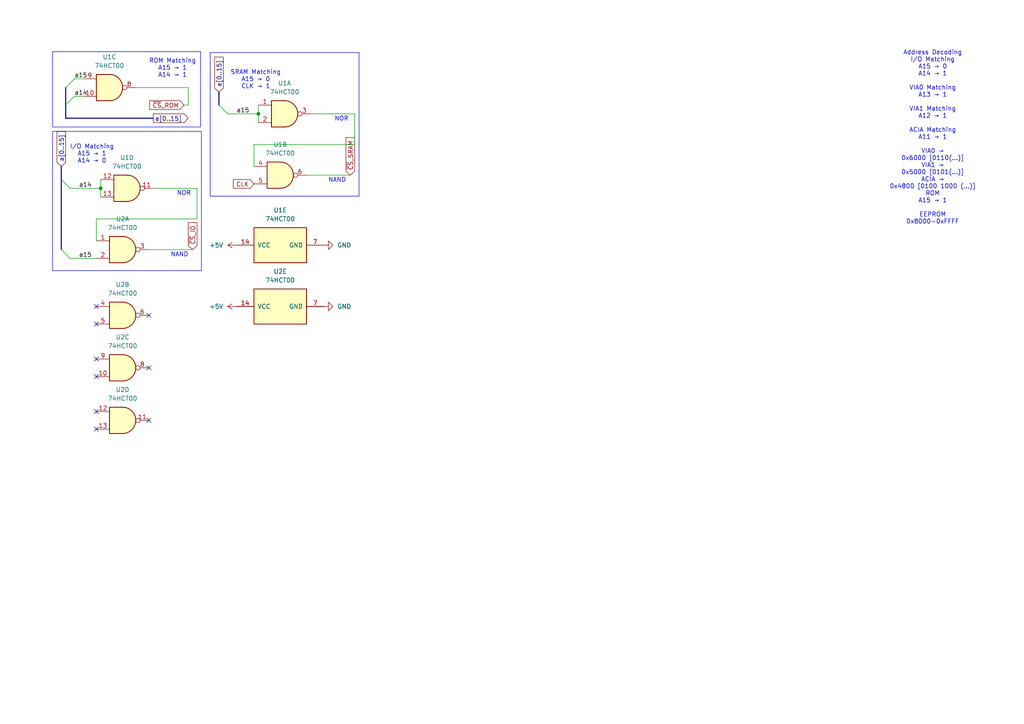
<source format=kicad_sch>
(kicad_sch (version 20250114) (generator "eeschema") (generator_version "9.0")
  (paper "A4")
  (title_block (title "6502 General Purpose Controller - Memory Matching") (date "2025-05-22") (rev "1"))
  (lib_symbols
    (symbol "74xx:74HCT00" (pin_names (offset 1.016))
      (property "Reference" "U" (at 0 1.27 0))
      (property "Value" "74HCT00" (at 0 -1.27 0))
      (symbol "74HCT00_1_1"
        (arc (start 0 3.81) (mid 3.7934 0) (end 0 -3.81) (stroke (width 0.254)) (fill (type background)))
        (polyline (pts (xy 0 3.81) (xy -3.81 3.81) (xy -3.81 -3.81) (xy 0 -3.81)) (stroke (width 0.254)) (fill (type background)))
        (pin input line (at -7.62 2.54 0) (length 3.81) (name "~") (number "1"))
        (pin input line (at -7.62 -2.54 0) (length 3.81) (name "~") (number "2"))
        (pin output inverted (at 7.62 0 180) (length 3.81) (name "~") (number "3"))
      )
      (symbol "74HCT00_1_2"
        (arc (start -3.81 3.81) (mid -2.589 0) (end -3.81 -3.81) (stroke (width 0.254)))
        (polyline (pts (xy -3.81 3.81) (xy -0.635 3.81)) (stroke (width 0.254)) (fill (type background)))
        (polyline (pts (xy -3.81 -3.81) (xy -0.635 -3.81)) (stroke (width 0.254)) (fill (type background)))
        (arc (start 3.81 0) (mid 2.1855 -2.584) (end -0.6096 -3.81) (stroke (width 0.254)) (fill (type background)))
        (arc (start -0.6096 3.81) (mid 2.1928 2.5924) (end 3.81 0) (stroke (width 0.254)) (fill (type background)))
        (polyline (pts (xy -0.635 3.81) (xy -3.81 3.81) (xy -3.81 3.81) (xy -3.556 3.4036) (xy -3.0226 2.2606) (xy -2.6924 1.0414) (xy -2.6162 -0.254) (xy -2.7686 -1.4986) (xy -3.175 -2.7178) (xy -3.81 -3.81) (xy -3.81 -3.81) (xy -0.635 -3.81)) (stroke (width -25.4)) (fill (type background)))
        (pin input inverted (at -7.62 2.54 0) (length 4.318) (name "~") (number "1"))
        (pin input inverted (at -7.62 -2.54 0) (length 4.318) (name "~") (number "2"))
        (pin output line (at 7.62 0 180) (length 3.81) (name "~") (number "3"))
      )
      (symbol "74HCT00_2_1"
        (arc (start 0 3.81) (mid 3.7934 0) (end 0 -3.81) (stroke (width 0.254)) (fill (type background)))
        (polyline (pts (xy 0 3.81) (xy -3.81 3.81) (xy -3.81 -3.81) (xy 0 -3.81)) (stroke (width 0.254)) (fill (type background)))
        (pin input line (at -7.62 2.54 0) (length 3.81) (name "~") (number "4"))
        (pin input line (at -7.62 -2.54 0) (length 3.81) (name "~") (number "5"))
        (pin output inverted (at 7.62 0 180) (length 3.81) (name "~") (number "6"))
      )
      (symbol "74HCT00_2_2"
        (arc (start -3.81 3.81) (mid -2.589 0) (end -3.81 -3.81) (stroke (width 0.254)))
        (polyline (pts (xy -3.81 3.81) (xy -0.635 3.81)) (stroke (width 0.254)) (fill (type background)))
        (polyline (pts (xy -3.81 -3.81) (xy -0.635 -3.81)) (stroke (width 0.254)) (fill (type background)))
        (arc (start 3.81 0) (mid 2.1855 -2.584) (end -0.6096 -3.81) (stroke (width 0.254)) (fill (type background)))
        (arc (start -0.6096 3.81) (mid 2.1928 2.5924) (end 3.81 0) (stroke (width 0.254)) (fill (type background)))
        (polyline (pts (xy -0.635 3.81) (xy -3.81 3.81) (xy -3.81 3.81) (xy -3.556 3.4036) (xy -3.0226 2.2606) (xy -2.6924 1.0414) (xy -2.6162 -0.254) (xy -2.7686 -1.4986) (xy -3.175 -2.7178) (xy -3.81 -3.81) (xy -3.81 -3.81) (xy -0.635 -3.81)) (stroke (width -25.4)) (fill (type background)))
        (pin input inverted (at -7.62 2.54 0) (length 4.318) (name "~") (number "4"))
        (pin input inverted (at -7.62 -2.54 0) (length 4.318) (name "~") (number "5"))
        (pin output line (at 7.62 0 180) (length 3.81) (name "~") (number "6"))
      )
      (symbol "74HCT00_3_1"
        (arc (start 0 3.81) (mid 3.7934 0) (end 0 -3.81) (stroke (width 0.254)) (fill (type background)))
        (polyline (pts (xy 0 3.81) (xy -3.81 3.81) (xy -3.81 -3.81) (xy 0 -3.81)) (stroke (width 0.254)) (fill (type background)))
        (pin input line (at -7.62 2.54 0) (length 3.81) (name "~") (number "9"))
        (pin input line (at -7.62 -2.54 0) (length 3.81) (name "~") (number "10"))
        (pin output inverted (at 7.62 0 180) (length 3.81) (name "~") (number "8"))
      )
      (symbol "74HCT00_3_2"
        (arc (start -3.81 3.81) (mid -2.589 0) (end -3.81 -3.81) (stroke (width 0.254)))
        (polyline (pts (xy -3.81 3.81) (xy -0.635 3.81)) (stroke (width 0.254)) (fill (type background)))
        (polyline (pts (xy -3.81 -3.81) (xy -0.635 -3.81)) (stroke (width 0.254)) (fill (type background)))
        (arc (start 3.81 0) (mid 2.1855 -2.584) (end -0.6096 -3.81) (stroke (width 0.254)) (fill (type background)))
        (arc (start -0.6096 3.81) (mid 2.1928 2.5924) (end 3.81 0) (stroke (width 0.254)) (fill (type background)))
        (polyline (pts (xy -0.635 3.81) (xy -3.81 3.81) (xy -3.81 3.81) (xy -3.556 3.4036) (xy -3.0226 2.2606) (xy -2.6924 1.0414) (xy -2.6162 -0.254) (xy -2.7686 -1.4986) (xy -3.175 -2.7178) (xy -3.81 -3.81) (xy -3.81 -3.81) (xy -0.635 -3.81)) (stroke (width -25.4)) (fill (type background)))
        (pin input inverted (at -7.62 2.54 0) (length 4.318) (name "~") (number "9"))
        (pin input inverted (at -7.62 -2.54 0) (length 4.318) (name "~") (number "10"))
        (pin output line (at 7.62 0 180) (length 3.81) (name "~") (number "8"))
      )
      (symbol "74HCT00_4_1"
        (arc (start 0 3.81) (mid 3.7934 0) (end 0 -3.81) (stroke (width 0.254)) (fill (type background)))
        (polyline (pts (xy 0 3.81) (xy -3.81 3.81) (xy -3.81 -3.81) (xy 0 -3.81)) (stroke (width 0.254)) (fill (type background)))
        (pin input line (at -7.62 2.54 0) (length 3.81) (name "~") (number "12"))
        (pin input line (at -7.62 -2.54 0) (length 3.81) (name "~") (number "13"))
        (pin output inverted (at 7.62 0 180) (length 3.81) (name "~") (number "11"))
      )
      (symbol "74HCT00_4_2"
        (arc (start -3.81 3.81) (mid -2.589 0) (end -3.81 -3.81) (stroke (width 0.254)))
        (polyline (pts (xy -3.81 3.81) (xy -0.635 3.81)) (stroke (width 0.254)) (fill (type background)))
        (polyline (pts (xy -3.81 -3.81) (xy -0.635 -3.81)) (stroke (width 0.254)) (fill (type background)))
        (arc (start 3.81 0) (mid 2.1855 -2.584) (end -0.6096 -3.81) (stroke (width 0.254)) (fill (type background)))
        (arc (start -0.6096 3.81) (mid 2.1928 2.5924) (end 3.81 0) (stroke (width 0.254)) (fill (type background)))
        (polyline (pts (xy -0.635 3.81) (xy -3.81 3.81) (xy -3.81 3.81) (xy -3.556 3.4036) (xy -3.0226 2.2606) (xy -2.6924 1.0414) (xy -2.6162 -0.254) (xy -2.7686 -1.4986) (xy -3.175 -2.7178) (xy -3.81 -3.81) (xy -3.81 -3.81) (xy -0.635 -3.81)) (stroke (width -25.4)) (fill (type background)))
        (pin input inverted (at -7.62 2.54 0) (length 4.318) (name "~") (number "12"))
        (pin input inverted (at -7.62 -2.54 0) (length 4.318) (name "~") (number "13"))
        (pin output line (at 7.62 0 180) (length 3.81) (name "~") (number "11"))
      )
      (symbol "74HCT00_5_0"
        (pin power_in line (at 0 12.7 270) (length 5.08) (name "VCC") (number "14"))
        (pin power_in line (at 0 -12.7 90) (length 5.08) (name "GND") (number "7"))
      )
      (symbol "74HCT00_5_1"
        (rectangle (start -5.08 7.62) (end 5.08 -7.62) (stroke (width 0.254)) (fill (type background)))
      )
    )
    (symbol "power:+5V" (power) (pin_numbers (hide yes)) (pin_names (offset 0) (hide yes))
      (property "Value" "+5V" (at 0 3.556 0))
      (symbol "+5V_0_1"
        (polyline (pts (xy -0.762 1.27) (xy 0 2.54)))
        (polyline (pts (xy 0 2.54) (xy 0.762 1.27)))
        (polyline (pts (xy 0 0) (xy 0 2.54)))
      )
      (symbol "+5V_1_1"
        (pin power_in line (at 0 0 90) (length 0) (name "~") (number "1"))
      )
    )
    (symbol "power:GND" (power) (pin_numbers (hide yes)) (pin_names (offset 0) (hide yes))
      (property "Value" "GND" (at 0 -3.81 0))
      (symbol "GND_0_1"
        (polyline (pts (xy 0 0) (xy 0 -1.27) (xy 1.27 -1.27) (xy 0 -2.54) (xy -1.27 -1.27) (xy 0 -1.27)))
      )
      (symbol "GND_1_1"
        (pin power_in line (at 0 0 270) (length 0) (name "~") (number "1"))
      )
    )
  )
  (rectangle (start 15.24 14.986) (end 58.166 36.83))
  (rectangle (start 15.24 38.1) (end 58.42 78.486))
  (rectangle (start 60.96 15.24) (end 104.14 56.896))
  (text "NOR" (at 53.34 56.134 0) (effects (font (size 1.27 1.27))))
  (text "Address Decoding\nI/O Matching\nA15 → 0\nA14 → 1\n\nVIA0 Matching\nA13 → 1\n\nVIA1 Matching\nA12 → 1\n\nACIA Matching\nA11 → 1\n\nVIA0 →\n0x6000 [0110(...)]\nVIA1 →\n0x5000 [0101(...)]\nACIA →\n0x4800 [0100 1000 (...)]\nROM\nA15 → 1\n\nEEPROM\n0x8000-0xFFFF" (at 270.51 39.878 0) (effects (font (size 1.27 1.27))))
  (text "I/O Matching\nA15 → 1\nA14 → 0" (at 26.67 44.704 0) (effects (font (size 1.27 1.27))))
  (text "SRAM Matching\nA15 → 0\nCLK → 1" (at 74.168 23.114 0) (effects (font (size 1.27 1.27))))
  (text "NOR" (at 99.06 34.544 0) (effects (font (size 1.27 1.27))))
  (text "NAND" (at 52.07 73.914 0) (effects (font (size 1.27 1.27))))
  (text "NAND" (at 97.79 52.324 0) (effects (font (size 1.27 1.27))))
  (text "ROM Matching\nA15 → 1\nA14 → 1" (at 50.038 19.812 0) (effects (font (size 1.27 1.27))))
  (junction (at 29.21 54.61))
  (junction (at 74.93 33.02))
  (no_connect (at 27.94 124.46))
  (no_connect (at 43.18 106.68))
  (no_connect (at 27.94 109.22))
  (no_connect (at 43.18 121.92))
  (no_connect (at 27.94 119.38))
  (no_connect (at 27.94 88.9))
  (no_connect (at 27.94 104.14))
  (no_connect (at 43.18 91.44))
  (no_connect (at 27.94 93.98))
  (bus_entry (at 21.59 22.86) (size -2.54 2.54))
  (bus_entry (at 63.5 30.48) (size 2.54 2.54))
  (bus_entry (at 17.78 72.39) (size 2.54 2.54))
  (bus_entry (at 21.59 27.94) (size -2.54 2.54))
  (bus_entry (at 17.78 52.07) (size 2.54 2.54))
  (wire (pts (xy 73.66 48.26) (xy 73.66 41.91)))
  (wire (pts (xy 43.18 72.39) (xy 55.88 72.39)))
  (wire (pts (xy 20.32 74.93) (xy 27.94 74.93)))
  (bus (pts (xy 17.78 48.26) (xy 17.78 52.07)))
  (wire (pts (xy 29.21 52.07) (xy 29.21 54.61)))
  (wire (pts (xy 44.45 54.61) (xy 57.15 54.61)))
  (wire (pts (xy 20.32 54.61) (xy 29.21 54.61)))
  (wire (pts (xy 90.17 33.02) (xy 102.87 33.02)))
  (wire (pts (xy 88.9 50.8) (xy 101.6 50.8)))
  (bus (pts (xy 19.05 30.48) (xy 19.05 34.29)))
  (wire (pts (xy 54.61 25.4) (xy 54.61 30.48)))
  (wire (pts (xy 54.61 30.48) (xy 53.34 30.48)))
  (wire (pts (xy 57.15 63.5) (xy 57.15 54.61)))
  (wire (pts (xy 21.59 27.94) (xy 24.13 27.94)))
  (wire (pts (xy 27.94 69.85) (xy 27.94 63.5)))
  (bus (pts (xy 17.78 52.07) (xy 17.78 72.39)))
  (wire (pts (xy 102.87 41.91) (xy 102.87 33.02)))
  (bus (pts (xy 19.05 25.4) (xy 19.05 30.48)))
  (bus (pts (xy 63.5 26.67) (xy 63.5 30.48)))
  (wire (pts (xy 39.37 25.4) (xy 54.61 25.4)))
  (wire (pts (xy 27.94 63.5) (xy 57.15 63.5)))
  (wire (pts (xy 66.04 33.02) (xy 74.93 33.02)))
  (bus (pts (xy 19.05 34.29) (xy 44.45 34.29)))
  (wire (pts (xy 29.21 54.61) (xy 29.21 57.15)))
  (wire (pts (xy 21.59 22.86) (xy 24.13 22.86)))
  (wire (pts (xy 73.66 41.91) (xy 102.87 41.91)))
  (wire (pts (xy 74.93 30.48) (xy 74.93 33.02)))
  (wire (pts (xy 74.93 33.02) (xy 74.93 35.56)))
  (label "a15" (at 21.59 22.86 0))
  (label "a15" (at 68.58 33.02 0))
  (label "a14" (at 21.59 27.94 0))
  (label "a14" (at 22.86 54.61 0))
  (label "a15" (at 22.86 74.93 0))
  (global_label "CLK" (shape input) (at 73.66 53.34 180) (property "Intersheetrefs" "${INTERSHEET_REFS}" (effects (hide yes))))
  (global_label "~{CS}_ROM" (shape input) (at 53.34 30.48 180) (property "Intersheetrefs" "${INTERSHEET_REFS}" (effects (hide yes))))
  (global_label "a[0..15]" (shape input) (at 63.5 26.67 90) (property "Intersheetrefs" "${INTERSHEET_REFS}" (effects (hide yes))))
  (global_label "~{CS}_SRAM" (shape input) (at 101.6 50.8 90) (property "Intersheetrefs" "${INTERSHEET_REFS}" (effects (hide yes))))
  (global_label "~{CS}_IO" (shape input) (at 55.88 72.39 90) (property "Intersheetrefs" "${INTERSHEET_REFS}" (effects (hide yes))))
  (global_label "a[0..15]" (shape input) (at 17.78 48.26 90) (property "Intersheetrefs" "${INTERSHEET_REFS}" (effects (hide yes))))
  (global_label "a[0..15]" (shape output) (at 44.45 34.29 0) (property "Intersheetrefs" "${INTERSHEET_REFS}" (effects (hide yes))))
  (symbol (lib_id "74xx:74HCT00") (at 35.56 72.39 0) (unit 1)
    (property "Reference" "U2" (at 35.5517 63.5 0))
    (property "Value" "74HCT00" (at 35.5517 66.04 0))
    (property "Footprint" "LCSCLib:DIP-14_L17.8-W10.2-P2.54-BL" (effects (hide yes)))
    (property "Datasheet" "http://www.ti.com/lit/gpn/sn74hct00" (effects (hide yes)))
    (property "Description" "quad 2-input NAND gate" (effects (hide yes)))
  )
  (symbol (lib_id "power:+5V") (at 68.58 71.12 90) (unit 1)
    (property "Reference" "#PWR031" (effects (hide yes)))
    (property "Value" "+5V" (at 64.77 71.1199 90) (effects (justify left)))
    (property "Description" "Power symbol creates a global label with name \"+5V\"" (effects (hide yes)))
  )
  (symbol (lib_id "74xx:74HCT00") (at 35.56 121.92 0) (unit 4)
    (property "Reference" "U2" (at 35.5517 113.03 0))
    (property "Value" "74HCT00" (at 35.5517 115.57 0))
    (property "Footprint" "LCSCLib:DIP-14_L17.8-W10.2-P2.54-BL" (effects (hide yes)))
    (property "Datasheet" "http://www.ti.com/lit/gpn/sn74hct00" (effects (hide yes)))
    (property "Description" "quad 2-input NAND gate" (effects (hide yes)))
  )
  (symbol (lib_id "power:GND") (at 93.98 88.9 90) (unit 1)
    (property "Reference" "#PWR065" (effects (hide yes)))
    (property "Value" "GND" (at 97.79 88.8999 90) (effects (justify right)))
    (property "Description" "Power symbol creates a global label with name \"GND\" , ground" (effects (hide yes)))
  )
  (symbol (lib_id "74xx:74HCT00") (at 36.83 54.61 0) (unit 4)
    (property "Reference" "U1" (at 36.8217 45.72 0))
    (property "Value" "74HCT00" (at 36.8217 48.26 0))
    (property "Footprint" "LCSCLib:DIP-14_L17.8-W10.2-P2.54-BL" (effects (hide yes)))
    (property "Datasheet" "http://www.ti.com/lit/gpn/sn74hct00" (effects (hide yes)))
    (property "Description" "quad 2-input NAND gate" (effects (hide yes)))
  )
  (symbol (lib_id "74xx:74HCT00") (at 82.55 33.02 0) (unit 1)
    (property "Reference" "U1" (at 82.5417 24.13 0))
    (property "Value" "74HCT00" (at 82.5417 26.67 0))
    (property "Footprint" "LCSCLib:DIP-14_L17.8-W10.2-P2.54-BL" (effects (hide yes)))
    (property "Datasheet" "http://www.ti.com/lit/gpn/sn74hct00" (effects (hide yes)))
    (property "Description" "quad 2-input NAND gate" (effects (hide yes)))
  )
  (symbol (lib_id "power:GND") (at 93.98 71.12 90) (unit 1)
    (property "Reference" "#PWR030" (effects (hide yes)))
    (property "Value" "GND" (at 97.79 71.1199 90) (effects (justify right)))
    (property "Description" "Power symbol creates a global label with name \"GND\" , ground" (effects (hide yes)))
  )
  (symbol (lib_id "74xx:74HCT00") (at 81.28 88.9 90) (unit 5)
    (property "Reference" "U2" (at 81.28 78.74 90))
    (property "Value" "74HCT00" (at 81.28 81.28 90))
    (property "Footprint" "LCSCLib:DIP-14_L17.8-W10.2-P2.54-BL" (effects (hide yes)))
    (property "Datasheet" "http://www.ti.com/lit/gpn/sn74hct00" (effects (hide yes)))
    (property "Description" "quad 2-input NAND gate" (effects (hide yes)))
  )
  (symbol (lib_id "74xx:74HCT00") (at 81.28 71.12 90) (unit 5)
    (property "Reference" "U1" (at 81.28 60.96 90))
    (property "Value" "74HCT00" (at 81.28 63.5 90))
    (property "Footprint" "LCSCLib:DIP-14_L17.8-W10.2-P2.54-BL" (effects (hide yes)))
    (property "Datasheet" "http://www.ti.com/lit/gpn/sn74hct00" (effects (hide yes)))
    (property "Description" "quad 2-input NAND gate" (effects (hide yes)))
  )
  (symbol (lib_id "74xx:74HCT00") (at 35.56 91.44 0) (unit 2)
    (property "Reference" "U2" (at 35.5517 82.55 0))
    (property "Value" "74HCT00" (at 35.5517 85.09 0))
    (property "Footprint" "LCSCLib:DIP-14_L17.8-W10.2-P2.54-BL" (effects (hide yes)))
    (property "Datasheet" "http://www.ti.com/lit/gpn/sn74hct00" (effects (hide yes)))
    (property "Description" "quad 2-input NAND gate" (effects (hide yes)))
  )
  (symbol (lib_id "74xx:74HCT00") (at 35.56 106.68 0) (unit 3)
    (property "Reference" "U2" (at 35.5517 97.79 0))
    (property "Value" "74HCT00" (at 35.5517 100.33 0))
    (property "Footprint" "LCSCLib:DIP-14_L17.8-W10.2-P2.54-BL" (effects (hide yes)))
    (property "Datasheet" "http://www.ti.com/lit/gpn/sn74hct00" (effects (hide yes)))
    (property "Description" "quad 2-input NAND gate" (effects (hide yes)))
  )
  (symbol (lib_id "power:+5V") (at 68.58 88.9 90) (unit 1)
    (property "Reference" "#PWR064" (effects (hide yes)))
    (property "Value" "+5V" (at 64.77 88.8999 90) (effects (justify left)))
    (property "Description" "Power symbol creates a global label with name \"+5V\"" (effects (hide yes)))
  )
  (symbol (lib_id "74xx:74HCT00") (at 31.75 25.4 0) (unit 3)
    (property "Reference" "U1" (at 31.7417 16.51 0))
    (property "Value" "74HCT00" (at 31.7417 19.05 0))
    (property "Footprint" "LCSCLib:DIP-14_L17.8-W10.2-P2.54-BL" (effects (hide yes)))
    (property "Datasheet" "http://www.ti.com/lit/gpn/sn74hct00" (effects (hide yes)))
    (property "Description" "quad 2-input NAND gate" (effects (hide yes)))
  )
  (symbol (lib_id "74xx:74HCT00") (at 81.28 50.8 0) (unit 2)
    (property "Reference" "U1" (at 81.2717 41.91 0))
    (property "Value" "74HCT00" (at 81.2717 44.45 0))
    (property "Footprint" "LCSCLib:DIP-14_L17.8-W10.2-P2.54-BL" (effects (hide yes)))
    (property "Datasheet" "http://www.ti.com/lit/gpn/sn74hct00" (effects (hide yes)))
    (property "Description" "quad 2-input NAND gate" (effects (hide yes)))
  )
)
</source>
